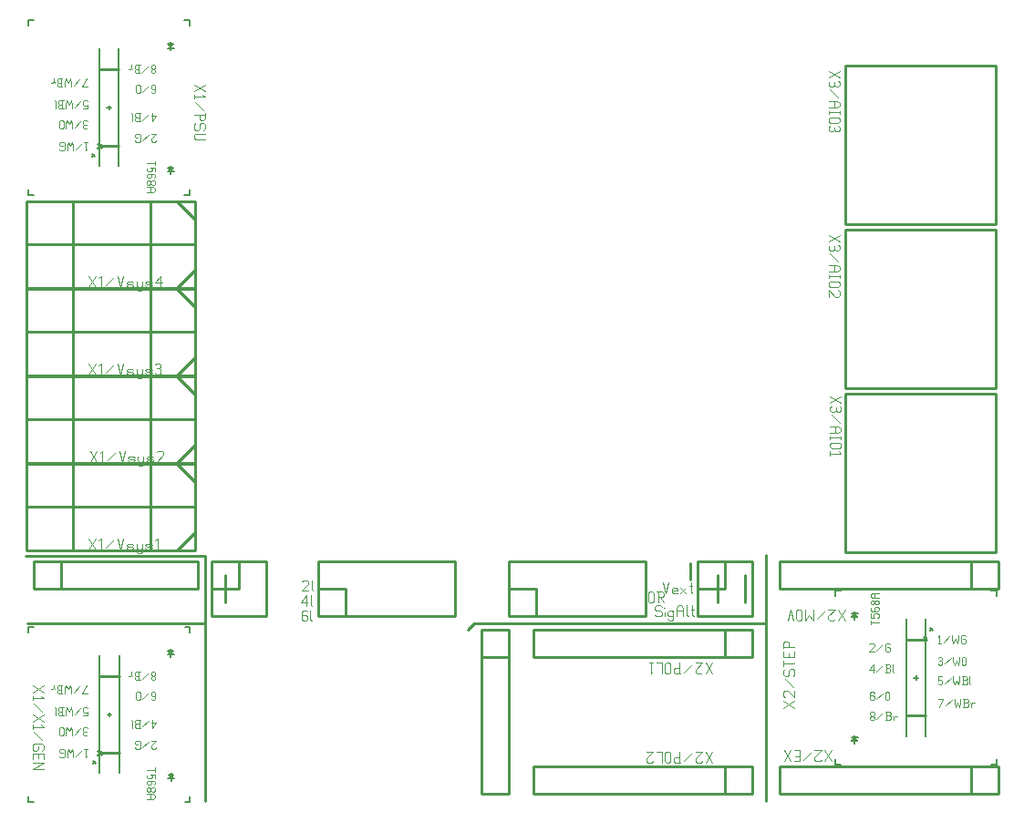
<source format=gbr>
G04 start of page 12 for group -4079 idx -4079 *
G04 Title: (unknown), topsilk *
G04 Creator: pcb 4.2.0 *
G04 CreationDate: Wed Jul 29 20:48:29 2020 UTC *
G04 For: commonadmin *
G04 Format: Gerber/RS-274X *
G04 PCB-Dimensions (mil): 4000.00 3500.00 *
G04 PCB-Coordinate-Origin: lower left *
%MOIN*%
%FSLAX25Y25*%
%LNTOPSILK*%
%ADD175C,0.0050*%
%ADD174C,0.0040*%
%ADD173C,0.0038*%
%ADD172C,0.0030*%
%ADD171C,0.0060*%
%ADD170C,0.0100*%
G54D170*X90000Y100000D02*Y90000D01*
X17000Y107000D02*X82500D01*
Y17500D01*
Y82500D02*X17500D01*
G54D171*X44858Y35673D02*X43283Y34098D01*
Y35673D02*X44858Y34098D01*
G54D170*X270000Y100000D02*Y90000D01*
X280000Y100000D02*Y90000D01*
X287500Y107500D02*Y17500D01*
X260000Y98469D02*Y104469D01*
X287500Y82500D02*X181031D01*
X178500Y79969D01*
G54D171*X44858Y257642D02*X43283Y256067D01*
Y257642D02*X44858Y256067D01*
X345142Y75843D02*X346717Y77417D01*
Y75843D02*X345142Y77417D01*
G54D172*X64226Y29512D02*Y28012D01*
X61226Y28762D02*X64226D01*
Y27112D02*Y25612D01*
X62726Y27112D02*X64226D01*
X62726D02*X63101Y26737D01*
Y25987D01*
X62726Y25612D01*
X61601D02*X62726D01*
X61226Y25987D02*X61601Y25612D01*
X61226Y26737D02*Y25987D01*
X61601Y27112D02*X61226Y26737D01*
X64226Y23587D02*X63851Y23212D01*
X64226Y24337D02*Y23587D01*
X63851Y24712D02*X64226Y24337D01*
X61601Y24712D02*X63851D01*
X61601D02*X61226Y24337D01*
X62876Y23587D02*X62501Y23212D01*
X62876Y24712D02*Y23587D01*
X61226Y24337D02*Y23587D01*
X61601Y23212D01*
X62501D01*
X61601Y22312D02*X61226Y21937D01*
X61601Y22312D02*X62201D01*
X62726Y21787D01*
Y21337D01*
X62201Y20812D01*
X61601D02*X62201D01*
X61226Y21187D02*X61601Y20812D01*
X61226Y21937D02*Y21187D01*
X63251Y22312D02*X62726Y21787D01*
X63251Y22312D02*X63851D01*
X64226Y21937D01*
Y21187D01*
X63851Y20812D01*
X63251D02*X63851D01*
X62726Y21337D02*X63251Y20812D01*
X61226Y19912D02*X63476D01*
X64226Y19387D01*
Y18562D01*
X63476Y18037D01*
X61226D02*X63476D01*
X62726Y19912D02*Y18037D01*
X64720Y36877D02*X64345Y36502D01*
X63220D02*X64345D01*
X63220D02*X62845Y36877D01*
Y37627D02*Y36877D01*
X64720Y39502D02*X62845Y37627D01*
Y39502D02*X64720D01*
X61945Y39127D02*X59695Y36877D01*
X57295Y36502D02*X56920Y36877D01*
X57295Y36502D02*X58420D01*
X58795Y36877D02*X58420Y36502D01*
X58795Y39127D02*Y36877D01*
Y39127D02*X58420Y39502D01*
X57295D02*X58420D01*
X57295D02*X56920Y39127D01*
Y38377D01*
X57295Y38002D02*X56920Y38377D01*
X57295Y38002D02*X58045D01*
X64720Y46034D02*X63220Y44159D01*
X62845Y46034D02*X64720D01*
X63220Y47159D02*Y44159D01*
X61945Y46784D02*X59695Y44534D01*
X57295Y47159D02*X58795D01*
X57295D02*X56920Y46784D01*
Y45884D01*
X57295Y45509D02*X56920Y45884D01*
X57295Y45509D02*X58420D01*
Y47159D02*Y44159D01*
X57295D02*X58795D01*
X57295D02*X56920Y44534D01*
Y45134D02*Y44534D01*
X57295Y45509D02*X56920Y45134D01*
X56020Y46784D02*Y44159D01*
Y46784D02*X55645Y47159D01*
X63202Y54317D02*X62827Y54692D01*
X63202Y54317D02*X63952D01*
X64327Y54692D02*X63952Y54317D01*
X64327Y56942D02*Y54692D01*
Y56942D02*X63952Y57317D01*
X63202Y55667D02*X62827Y56042D01*
X63202Y55667D02*X64327D01*
X63202Y57317D02*X63952D01*
X63202D02*X62827Y56942D01*
Y56042D01*
X61927Y56942D02*X59677Y54692D01*
X58777Y56942D02*Y54692D01*
X58402Y54317D01*
X57652D02*X58402D01*
X57652D02*X57277Y54692D01*
Y56942D02*Y54692D01*
X57652Y57317D02*X57277Y56942D01*
X57652Y57317D02*X58402D01*
X58777Y56942D02*X58402Y57317D01*
X64327Y64206D02*X63952Y64581D01*
X64327Y64206D02*Y63606D01*
X63802Y63081D01*
X63352D02*X63802D01*
X63352D02*X62827Y63606D01*
Y64206D02*Y63606D01*
X63202Y64581D02*X62827Y64206D01*
X63202Y64581D02*X63952D01*
X64327Y62556D02*X63802Y63081D01*
X64327Y62556D02*Y61956D01*
X63952Y61581D01*
X63202D02*X63952D01*
X63202D02*X62827Y61956D01*
Y62556D02*Y61956D01*
X63352Y63081D02*X62827Y62556D01*
X61927Y64206D02*X59677Y61956D01*
X57277Y64581D02*X58777D01*
X57277D02*X56902Y64206D01*
Y63306D01*
X57277Y62931D02*X56902Y63306D01*
X57277Y62931D02*X58402D01*
Y64581D02*Y61581D01*
X57277D02*X58777D01*
X57277D02*X56902Y61956D01*
Y62556D02*Y61956D01*
X57277Y62931D02*X56902Y62556D01*
X55627Y64581D02*Y63456D01*
X55252Y63081D01*
X54502D02*X55252D01*
X56002D02*X55627Y63456D01*
G54D173*X119440Y87040D02*X119920Y86560D01*
X118480Y87040D02*X119440D01*
X118000Y86560D02*X118480Y87040D01*
X118000Y86560D02*Y83680D01*
X118480Y83200D01*
X119440Y85312D02*X119920Y84832D01*
X118000Y85312D02*X119440D01*
X118480Y83200D02*X119440D01*
X119920Y83680D01*
Y84832D02*Y83680D01*
X121072Y87040D02*Y83680D01*
X121552Y83200D01*
X117500Y90105D02*X119440Y92530D01*
X117500Y90105D02*X119925D01*
X119440Y92530D02*Y88650D01*
X121089Y92530D02*Y89135D01*
X121574Y88650D01*
X118000Y97560D02*X118480Y98040D01*
X119920D01*
X120400Y97560D01*
Y96600D01*
X118000Y94200D02*X120400Y96600D01*
X118000Y94200D02*X120400D01*
X121552Y98040D02*Y94680D01*
X122032Y94200D01*
G54D172*X39543Y256000D02*X38943Y255400D01*
Y258400D02*Y255400D01*
X38418Y258400D02*X39543D01*
X37518Y258025D02*X35268Y255775D01*
X34368Y256900D02*Y255400D01*
Y256900D02*X33993Y258400D01*
X33243Y256900D01*
X32493Y258400D01*
X32118Y256900D01*
Y255400D01*
X29718D02*X29343Y255775D01*
X29718Y255400D02*X30843D01*
X31218Y255775D02*X30843Y255400D01*
X31218Y258025D02*Y255775D01*
Y258025D02*X30843Y258400D01*
X29718D02*X30843D01*
X29718D02*X29343Y258025D01*
Y257275D01*
X29718Y256900D02*X29343Y257275D01*
X29718Y256900D02*X30468D01*
X39484Y263727D02*X39109Y263352D01*
X38359D02*X39109D01*
X38359D02*X37984Y263727D01*
X38359Y266352D02*X37984Y265977D01*
X38359Y266352D02*X39109D01*
X39484Y265977D02*X39109Y266352D01*
X38359Y264702D02*X39109D01*
X37984Y264327D02*Y263727D01*
Y265977D02*Y265077D01*
X38359Y264702D01*
X37984Y264327D02*X38359Y264702D01*
X37084Y265977D02*X34834Y263727D01*
X33934Y264852D02*Y263352D01*
Y264852D02*X33559Y266352D01*
X32809Y264852D01*
X32059Y266352D01*
X31684Y264852D01*
Y263352D01*
X30784Y265977D02*Y263727D01*
X30409Y263352D01*
X29659D02*X30409D01*
X29659D02*X29284Y263727D01*
Y265977D02*Y263727D01*
X29659Y266352D02*X29284Y265977D01*
X29659Y266352D02*X30409D01*
X30784Y265977D02*X30409Y266352D01*
X37984Y270616D02*X39484D01*
Y272116D02*Y270616D01*
Y272116D02*X39109Y271741D01*
X38359D02*X39109D01*
X38359D02*X37984Y272116D01*
Y273241D02*Y272116D01*
X38359Y273616D02*X37984Y273241D01*
X38359Y273616D02*X39109D01*
X39484Y273241D02*X39109Y273616D01*
X37084Y273241D02*X34834Y270991D01*
X33934Y272116D02*Y270616D01*
Y272116D02*X33559Y273616D01*
X32809Y272116D01*
X32059Y273616D01*
X31684Y272116D01*
Y270616D01*
X29284Y273616D02*X30784D01*
X29284D02*X28909Y273241D01*
Y272341D01*
X29284Y271966D02*X28909Y272341D01*
X29284Y271966D02*X30409D01*
Y273616D02*Y270616D01*
X29284D02*X30784D01*
X29284D02*X28909Y270991D01*
Y271591D02*Y270991D01*
X29284Y271966D02*X28909Y271591D01*
X28009Y273241D02*Y270616D01*
Y273241D02*X27634Y273616D01*
X64226Y251480D02*Y249980D01*
X61226Y250730D02*X64226D01*
Y249080D02*Y247580D01*
X62726Y249080D02*X64226D01*
X62726D02*X63101Y248705D01*
Y247955D01*
X62726Y247580D01*
X61601D02*X62726D01*
X61226Y247955D02*X61601Y247580D01*
X61226Y248705D02*Y247955D01*
X61601Y249080D02*X61226Y248705D01*
X64226Y245555D02*X63851Y245180D01*
X64226Y246305D02*Y245555D01*
X63851Y246680D02*X64226Y246305D01*
X61601Y246680D02*X63851D01*
X61601D02*X61226Y246305D01*
X62876Y245555D02*X62501Y245180D01*
X62876Y246680D02*Y245555D01*
X61226Y246305D02*Y245555D01*
X61601Y245180D01*
X62501D01*
X61601Y244280D02*X61226Y243905D01*
X61601Y244280D02*X62201D01*
X62726Y243755D01*
Y243305D01*
X62201Y242780D01*
X61601D02*X62201D01*
X61226Y243155D02*X61601Y242780D01*
X61226Y243905D02*Y243155D01*
X63251Y244280D02*X62726Y243755D01*
X63251Y244280D02*X63851D01*
X64226Y243905D01*
Y243155D01*
X63851Y242780D01*
X63251D02*X63851D01*
X62726Y243305D02*X63251Y242780D01*
X61226Y241880D02*X63476D01*
X64226Y241355D01*
Y240530D01*
X63476Y240005D01*
X61226D02*X63476D01*
X62726Y241880D02*Y240005D01*
X64720Y258845D02*X64345Y258470D01*
X63220D02*X64345D01*
X63220D02*X62845Y258845D01*
Y259595D02*Y258845D01*
X64720Y261470D02*X62845Y259595D01*
Y261470D02*X64720D01*
X61945Y261095D02*X59695Y258845D01*
X57295Y258470D02*X56920Y258845D01*
X57295Y258470D02*X58420D01*
X58795Y258845D02*X58420Y258470D01*
X58795Y261095D02*Y258845D01*
Y261095D02*X58420Y261470D01*
X57295D02*X58420D01*
X57295D02*X56920Y261095D01*
Y260345D01*
X57295Y259970D02*X56920Y260345D01*
X57295Y259970D02*X58045D01*
X64720Y268003D02*X63220Y266128D01*
X62845Y268003D02*X64720D01*
X63220Y269128D02*Y266128D01*
X61945Y268753D02*X59695Y266503D01*
X57295Y269128D02*X58795D01*
X57295D02*X56920Y268753D01*
Y267853D01*
X57295Y267478D02*X56920Y267853D01*
X57295Y267478D02*X58420D01*
Y269128D02*Y266128D01*
X57295D02*X58795D01*
X57295D02*X56920Y266503D01*
Y267103D02*Y266503D01*
X57295Y267478D02*X56920Y267103D01*
X56020Y268753D02*Y266128D01*
Y268753D02*X55645Y269128D01*
X63202Y276285D02*X62827Y276660D01*
X63202Y276285D02*X63952D01*
X64327Y276660D02*X63952Y276285D01*
X64327Y278910D02*Y276660D01*
Y278910D02*X63952Y279285D01*
X63202Y277635D02*X62827Y278010D01*
X63202Y277635D02*X64327D01*
X63202Y279285D02*X63952D01*
X63202D02*X62827Y278910D01*
Y278010D01*
X61927Y278910D02*X59677Y276660D01*
X58777Y278910D02*Y276660D01*
X58402Y276285D01*
X57652D02*X58402D01*
X57652D02*X57277Y276660D01*
Y278910D02*Y276660D01*
X57652Y279285D02*X57277Y278910D01*
X57652Y279285D02*X58402D01*
X58777Y278910D02*X58402Y279285D01*
X39109Y281667D02*X37609Y278667D01*
X39484D01*
X36709Y281292D02*X34459Y279042D01*
X33559Y280167D02*Y278667D01*
Y280167D02*X33184Y281667D01*
X32434Y280167D01*
X31684Y281667D01*
X31309Y280167D01*
Y278667D01*
X28909Y281667D02*X30409D01*
X28909D02*X28534Y281292D01*
Y280392D01*
X28909Y280017D02*X28534Y280392D01*
X28909Y280017D02*X30034D01*
Y281667D02*Y278667D01*
X28909D02*X30409D01*
X28909D02*X28534Y279042D01*
Y279642D02*Y279042D01*
X28909Y280017D02*X28534Y279642D01*
X27259Y281667D02*Y280542D01*
X26884Y280167D01*
X26134D02*X26884D01*
X27634D02*X27259Y280542D01*
X64327Y286174D02*X63952Y286549D01*
X64327Y286174D02*Y285574D01*
X63802Y285049D01*
X63352D02*X63802D01*
X63352D02*X62827Y285574D01*
Y286174D02*Y285574D01*
X63202Y286549D02*X62827Y286174D01*
X63202Y286549D02*X63952D01*
X64327Y284524D02*X63802Y285049D01*
X64327Y284524D02*Y283924D01*
X63952Y283549D01*
X63202D02*X63952D01*
X63202D02*X62827Y283924D01*
Y284524D02*Y283924D01*
X63352Y285049D02*X62827Y284524D01*
X61927Y286174D02*X59677Y283924D01*
X57277Y286549D02*X58777D01*
X57277D02*X56902Y286174D01*
Y285274D01*
X57277Y284899D02*X56902Y285274D01*
X57277Y284899D02*X58402D01*
Y286549D02*Y283549D01*
X57277D02*X58777D01*
X57277D02*X56902Y283924D01*
Y284524D02*Y283924D01*
X57277Y284899D02*X56902Y284524D01*
X55627Y286549D02*Y285424D01*
X55252Y285049D01*
X54502D02*X55252D01*
X56002D02*X55627Y285424D01*
X39543Y34031D02*X38943Y33431D01*
Y36431D02*Y33431D01*
X38418Y36431D02*X39543D01*
X37518Y36056D02*X35268Y33806D01*
X34368Y34931D02*Y33431D01*
Y34931D02*X33993Y36431D01*
X33243Y34931D01*
X32493Y36431D01*
X32118Y34931D01*
Y33431D01*
X29718D02*X29343Y33806D01*
X29718Y33431D02*X30843D01*
X31218Y33806D02*X30843Y33431D01*
X31218Y36056D02*Y33806D01*
Y36056D02*X30843Y36431D01*
X29718D02*X30843D01*
X29718D02*X29343Y36056D01*
Y35306D01*
X29718Y34931D02*X29343Y35306D01*
X29718Y34931D02*X30468D01*
X39484Y41759D02*X39109Y41384D01*
X38359D02*X39109D01*
X38359D02*X37984Y41759D01*
X38359Y44384D02*X37984Y44009D01*
X38359Y44384D02*X39109D01*
X39484Y44009D02*X39109Y44384D01*
X38359Y42734D02*X39109D01*
X37984Y42359D02*Y41759D01*
Y44009D02*Y43109D01*
X38359Y42734D01*
X37984Y42359D02*X38359Y42734D01*
X37084Y44009D02*X34834Y41759D01*
X33934Y42884D02*Y41384D01*
Y42884D02*X33559Y44384D01*
X32809Y42884D01*
X32059Y44384D01*
X31684Y42884D01*
Y41384D01*
X30784Y44009D02*Y41759D01*
X30409Y41384D01*
X29659D02*X30409D01*
X29659D02*X29284Y41759D01*
Y44009D02*Y41759D01*
X29659Y44384D02*X29284Y44009D01*
X29659Y44384D02*X30409D01*
X30784Y44009D02*X30409Y44384D01*
X37984Y48648D02*X39484D01*
Y50148D02*Y48648D01*
Y50148D02*X39109Y49773D01*
X38359D02*X39109D01*
X38359D02*X37984Y50148D01*
Y51273D02*Y50148D01*
X38359Y51648D02*X37984Y51273D01*
X38359Y51648D02*X39109D01*
X39484Y51273D02*X39109Y51648D01*
X37084Y51273D02*X34834Y49023D01*
X33934Y50148D02*Y48648D01*
Y50148D02*X33559Y51648D01*
X32809Y50148D01*
X32059Y51648D01*
X31684Y50148D01*
Y48648D01*
X29284Y51648D02*X30784D01*
X29284D02*X28909Y51273D01*
Y50373D01*
X29284Y49998D02*X28909Y50373D01*
X29284Y49998D02*X30409D01*
Y51648D02*Y48648D01*
X29284D02*X30784D01*
X29284D02*X28909Y49023D01*
Y49623D02*Y49023D01*
X29284Y49998D02*X28909Y49623D01*
X28009Y51273D02*Y48648D01*
Y51273D02*X27634Y51648D01*
X39109Y59699D02*X37609Y56699D01*
X39484D01*
X36709Y59324D02*X34459Y57074D01*
X33559Y58199D02*Y56699D01*
Y58199D02*X33184Y59699D01*
X32434Y58199D01*
X31684Y59699D01*
X31309Y58199D01*
Y56699D01*
X28909Y59699D02*X30409D01*
X28909D02*X28534Y59324D01*
Y58424D01*
X28909Y58049D02*X28534Y58424D01*
X28909Y58049D02*X30034D01*
Y59699D02*Y56699D01*
X28909D02*X30409D01*
X28909D02*X28534Y57074D01*
Y57674D02*Y57074D01*
X28909Y58049D02*X28534Y57674D01*
X27259Y59699D02*Y58574D01*
X26884Y58199D01*
X26134D02*X26884D01*
X27634D02*X27259Y58574D01*
X325774Y83504D02*Y82004D01*
Y82754D02*X328774D01*
X325774Y85904D02*Y84404D01*
X327274D01*
X326899Y84779D01*
Y85529D02*Y84779D01*
Y85529D02*X327274Y85904D01*
X328399D01*
X328774Y85529D02*X328399Y85904D01*
X328774Y85529D02*Y84779D01*
X328399Y84404D02*X328774Y84779D01*
X325774Y87929D02*X326149Y88304D01*
X325774Y87929D02*Y87179D01*
X326149Y86804D02*X325774Y87179D01*
X326149Y86804D02*X328399D01*
X328774Y87179D01*
X327124Y87929D02*X327499Y88304D01*
X327124Y87929D02*Y86804D01*
X328774Y87929D02*Y87179D01*
Y87929D02*X328399Y88304D01*
X327499D02*X328399D01*
Y89204D02*X328774Y89579D01*
X327799Y89204D02*X328399D01*
X327799D02*X327274Y89729D01*
Y90179D02*Y89729D01*
Y90179D02*X327799Y90704D01*
X328399D01*
X328774Y90329D02*X328399Y90704D01*
X328774Y90329D02*Y89579D01*
X326749Y89204D02*X327274Y89729D01*
X326149Y89204D02*X326749D01*
X326149D02*X325774Y89579D01*
Y90329D02*Y89579D01*
Y90329D02*X326149Y90704D01*
X326749D01*
X327274Y90179D02*X326749Y90704D01*
X326524Y91604D02*X328774D01*
X326524D02*X325774Y92129D01*
Y92954D02*Y92129D01*
Y92954D02*X326524Y93479D01*
X328774D01*
X327274D02*Y91604D01*
X350457Y77485D02*X351057Y78085D01*
Y75085D01*
X350457D02*X351582D01*
X352482Y75460D02*X354732Y77710D01*
X355632Y78085D02*Y76585D01*
X356007Y75085D01*
X356757Y76585D01*
X357507Y75085D01*
X357882Y76585D01*
Y78085D02*Y76585D01*
X360282Y78085D02*X360657Y77710D01*
X359157Y78085D02*X360282D01*
X358782Y77710D02*X359157Y78085D01*
X358782Y77710D02*Y75460D01*
X359157Y75085D01*
X360282D01*
X360657Y75460D01*
Y76210D02*Y75460D01*
X360282Y76585D02*X360657Y76210D01*
X359532Y76585D02*X360282D01*
X325280Y74639D02*X325655Y75014D01*
X326780D01*
X327155Y74639D01*
Y73889D01*
X325280Y72014D02*X327155Y73889D01*
X325280Y72014D02*X327155D01*
X328055Y72389D02*X330305Y74639D01*
X332705Y75014D02*X333080Y74639D01*
X331580Y75014D02*X332705D01*
X331205Y74639D02*X331580Y75014D01*
X331205Y74639D02*Y72389D01*
X331580Y72014D01*
X332705D01*
X333080Y72389D01*
Y73139D02*Y72389D01*
X332705Y73514D02*X333080Y73139D01*
X331955Y73514D02*X332705D01*
G54D174*X250000Y97469D02*X251000Y93469D01*
X252000Y97469D01*
X253700Y93469D02*X255200D01*
X253200Y93969D02*X253700Y93469D01*
X253200Y94969D02*Y93969D01*
Y94969D02*X253700Y95469D01*
X254700D01*
X255200Y94969D01*
X253200Y94469D02*X255200D01*
Y94969D02*Y94469D01*
X256400Y95469D02*X258400Y93469D01*
X256400D02*X258400Y95469D01*
X260100Y97469D02*Y93969D01*
X260600Y93469D01*
X259600Y95969D02*X260600D01*
X244500Y93469D02*Y90469D01*
Y93469D02*X245000Y93969D01*
X246000D01*
X246500Y93469D01*
Y90469D01*
X246000Y89969D02*X246500Y90469D01*
X245000Y89969D02*X246000D01*
X244500Y90469D02*X245000Y89969D01*
X247700Y93969D02*X249700D01*
X250200Y93469D01*
Y92469D01*
X249700Y91969D02*X250200Y92469D01*
X248200Y91969D02*X249700D01*
X248200Y93969D02*Y89969D01*
X249000Y91969D02*X250200Y89969D01*
X249000Y88969D02*X249500Y88469D01*
X247500Y88969D02*X249000D01*
X247000Y88469D02*X247500Y88969D01*
X247000Y88469D02*Y87469D01*
X247500Y86969D01*
X249000D01*
X249500Y86469D01*
Y85469D01*
X249000Y84969D02*X249500Y85469D01*
X247500Y84969D02*X249000D01*
X247000Y85469D02*X247500Y84969D01*
G54D175*X250700Y87969D02*Y87869D01*
G54D174*Y86469D02*Y84969D01*
X253200Y86969D02*X253700Y86469D01*
X252200Y86969D02*X253200D01*
X251700Y86469D02*X252200Y86969D01*
X251700Y86469D02*Y85469D01*
X252200Y84969D01*
X253200D01*
X253700Y85469D01*
X251700Y83969D02*X252200Y83469D01*
X253200D01*
X253700Y83969D01*
Y86969D02*Y83969D01*
X254900Y87969D02*Y84969D01*
Y87969D02*X255600Y88969D01*
X256700D01*
X257400Y87969D01*
Y84969D01*
X254900Y86969D02*X257400D01*
X258600Y88969D02*Y85469D01*
X259100Y84969D01*
X260600Y88969D02*Y85469D01*
X261100Y84969D01*
X260100Y87469D02*X261100D01*
G54D172*X350516Y69757D02*X350891Y70132D01*
X351641D01*
X352016Y69757D01*
X351641Y67132D02*X352016Y67507D01*
X350891Y67132D02*X351641D01*
X350516Y67507D02*X350891Y67132D01*
Y68782D02*X351641D01*
X352016Y69757D02*Y69157D01*
Y68407D02*Y67507D01*
Y68407D02*X351641Y68782D01*
X352016Y69157D02*X351641Y68782D01*
X352916Y67507D02*X355166Y69757D01*
X356066Y70132D02*Y68632D01*
X356441Y67132D01*
X357191Y68632D01*
X357941Y67132D01*
X358316Y68632D01*
Y70132D02*Y68632D01*
X359216Y69757D02*Y67507D01*
Y69757D02*X359591Y70132D01*
X360341D01*
X360716Y69757D01*
Y67507D01*
X360341Y67132D02*X360716Y67507D01*
X359591Y67132D02*X360341D01*
X359216Y67507D02*X359591Y67132D01*
X325280Y65481D02*X326780Y67356D01*
X325280Y65481D02*X327155D01*
X326780Y67356D02*Y64356D01*
X328055Y64731D02*X330305Y66981D01*
X331205Y64356D02*X332705D01*
X333080Y64731D01*
Y65631D02*Y64731D01*
X332705Y66006D02*X333080Y65631D01*
X331580Y66006D02*X332705D01*
X331580Y67356D02*Y64356D01*
X331205Y67356D02*X332705D01*
X333080Y66981D01*
Y66381D01*
X332705Y66006D02*X333080Y66381D01*
X333980Y67356D02*Y64731D01*
X334355Y64356D01*
X350516Y62868D02*X352016D01*
X350516D02*Y61368D01*
X350891Y61743D01*
X351641D01*
X352016Y61368D01*
Y60243D01*
X351641Y59868D02*X352016Y60243D01*
X350891Y59868D02*X351641D01*
X350516Y60243D02*X350891Y59868D01*
X352916Y60243D02*X355166Y62493D01*
X356066Y62868D02*Y61368D01*
X356441Y59868D01*
X357191Y61368D01*
X357941Y59868D01*
X358316Y61368D01*
Y62868D02*Y61368D01*
X359216Y59868D02*X360716D01*
X361091Y60243D01*
Y61143D02*Y60243D01*
X360716Y61518D02*X361091Y61143D01*
X359591Y61518D02*X360716D01*
X359591Y62868D02*Y59868D01*
X359216Y62868D02*X360716D01*
X361091Y62493D01*
Y61893D01*
X360716Y61518D02*X361091Y61893D01*
X361991Y62868D02*Y60243D01*
X362366Y59868D01*
X350891Y51817D02*X352391Y54817D01*
X350516D02*X352391D01*
X353291Y52192D02*X355541Y54442D01*
X356441Y54817D02*Y53317D01*
X356816Y51817D01*
X357566Y53317D01*
X358316Y51817D01*
X358691Y53317D01*
Y54817D02*Y53317D01*
X359591Y51817D02*X361091D01*
X361466Y52192D01*
Y53092D02*Y52192D01*
X361091Y53467D02*X361466Y53092D01*
X359966Y53467D02*X361091D01*
X359966Y54817D02*Y51817D01*
X359591Y54817D02*X361091D01*
X361466Y54442D01*
Y53842D01*
X361091Y53467D02*X361466Y53842D01*
X362741Y52942D02*Y51817D01*
Y52942D02*X363116Y53317D01*
X363866D01*
X362366D02*X362741Y52942D01*
X326798Y57199D02*X327173Y56824D01*
X326048Y57199D02*X326798D01*
X325673Y56824D02*X326048Y57199D01*
X325673Y56824D02*Y54574D01*
X326048Y54199D01*
X326798Y55849D02*X327173Y55474D01*
X325673Y55849D02*X326798D01*
X326048Y54199D02*X326798D01*
X327173Y54574D01*
Y55474D02*Y54574D01*
X328073D02*X330323Y56824D01*
X331223D02*Y54574D01*
Y56824D02*X331598Y57199D01*
X332348D01*
X332723Y56824D01*
Y54574D01*
X332348Y54199D02*X332723Y54574D01*
X331598Y54199D02*X332348D01*
X331223Y54574D02*X331598Y54199D01*
X325673Y47310D02*X326048Y46935D01*
X325673Y47910D02*Y47310D01*
Y47910D02*X326198Y48435D01*
X326648D01*
X327173Y47910D01*
Y47310D01*
X326798Y46935D02*X327173Y47310D01*
X326048Y46935D02*X326798D01*
X325673Y48960D02*X326198Y48435D01*
X325673Y49560D02*Y48960D01*
Y49560D02*X326048Y49935D01*
X326798D01*
X327173Y49560D01*
Y48960D01*
X326648Y48435D02*X327173Y48960D01*
X328073Y47310D02*X330323Y49560D01*
X331223Y46935D02*X332723D01*
X333098Y47310D01*
Y48210D02*Y47310D01*
X332723Y48585D02*X333098Y48210D01*
X331598Y48585D02*X332723D01*
X331598Y49935D02*Y46935D01*
X331223Y49935D02*X332723D01*
X333098Y49560D01*
Y48960D01*
X332723Y48585D02*X333098Y48960D01*
X334373Y48060D02*Y46935D01*
Y48060D02*X334748Y48435D01*
X335498D01*
X333998D02*X334373Y48060D01*
G54D171*X320020Y39272D02*Y38484D01*
Y41437D02*Y40650D01*
X318839D02*X321201D01*
X319035Y39272D02*X321004D01*
X320020Y40256D02*X321004Y39272D01*
X319035D02*X320020Y40256D01*
X318961Y84567D02*X319945Y85551D01*
X320929Y84567D01*
X318961D02*X320929D01*
X318764Y85945D02*X321126D01*
X319945Y86732D02*Y85945D01*
Y84567D02*Y83780D01*
G54D170*X338957Y76476D02*X346043D01*
X338957Y48524D02*X346043D01*
G54D171*Y83957D02*Y40846D01*
X338957Y83957D02*Y40846D01*
X342500Y63287D02*Y61713D01*
X341713Y62500D02*X343287D01*
X370059Y30610D02*X372028D01*
Y32579D02*Y30610D01*
X370059Y94390D02*X372028D01*
Y92421D01*
X312972Y30610D02*X314941D01*
X312972Y32579D02*Y30610D01*
Y94390D02*X314941D01*
X312972D02*Y92421D01*
X347618Y79626D02*X348602Y80610D01*
Y79626D02*X347618Y80610D01*
G54D170*X292500Y105000D02*X372500D01*
X292500D02*Y95000D01*
X372500D01*
Y105000D02*Y95000D01*
X362500Y105000D02*Y95000D01*
X372500D01*
X292500Y30000D02*X372500D01*
X292500D02*Y20000D01*
X372500D01*
Y30000D02*Y20000D01*
X362500Y30000D02*Y20000D01*
X372500D01*
X316500Y166500D02*X371500D01*
Y108500D01*
X316500D02*X371500D01*
X316500Y166500D02*Y108500D01*
X202500Y30000D02*X282500D01*
X202500D02*Y20000D01*
X282500D01*
Y30000D02*Y20000D01*
X272500Y30000D02*Y20000D01*
X282500D01*
G54D171*X69980Y295000D02*Y294213D01*
Y292835D02*Y292047D01*
X68799Y292835D02*X71161D01*
X68996Y294213D02*X70965D01*
X69980Y293228D02*X68996Y294213D01*
X70965D02*X69980Y293228D01*
X71039Y248917D02*X70055Y247933D01*
X69071Y248917D01*
X71039D01*
X68874Y247539D02*X71236D01*
X70055D02*Y246752D01*
Y249705D02*Y248917D01*
G54D170*X43957Y257008D02*X51043D01*
X43957Y284961D02*X51043D01*
G54D171*X43957Y292638D02*Y249528D01*
X51043Y292638D02*Y249528D01*
X47500Y271772D02*Y270197D01*
X46713Y270984D02*X48287D01*
X17972Y302874D02*X19941D01*
X17972D02*Y300906D01*
Y239094D02*X19941D01*
X17972Y241063D02*Y239094D01*
X75059Y302874D02*X77028D01*
Y300906D01*
X75059Y239094D02*X77028D01*
Y241063D02*Y239094D01*
X42382Y253858D02*X41398Y252874D01*
Y253858D02*X42382Y252874D01*
G54D170*X17224Y236748D02*Y204858D01*
X79035D01*
Y236748D02*Y204858D01*
X17224Y236748D02*X79035D01*
X72343D02*X79035Y230055D01*
X72343Y204858D02*X79035Y211551D01*
X34154Y236748D02*Y204858D01*
X62500Y236748D02*Y204858D01*
X17224Y221000D02*X79035D01*
X17224Y204748D02*Y172858D01*
X79035D01*
Y204748D02*Y172858D01*
X17224Y204748D02*X79035D01*
X72343D02*X79035Y198055D01*
X72343Y172858D02*X79035Y179551D01*
X34154Y204748D02*Y172858D01*
X62500Y204748D02*Y172858D01*
X17224Y189000D02*X79035D01*
X85000Y105000D02*Y85000D01*
X105000D01*
Y105000D01*
X85000D01*
Y95000D02*X95000D01*
Y105000D01*
X17224Y140748D02*Y108858D01*
X79035D01*
Y140748D02*Y108858D01*
X17224Y140748D02*X79035D01*
X72343D02*X79035Y134055D01*
X72343Y108858D02*X79035Y115551D01*
X34154Y140748D02*Y108858D01*
X62500Y140748D02*Y108858D01*
X17224Y125000D02*X79035D01*
X17224Y172748D02*Y140858D01*
X79035D01*
Y172748D02*Y140858D01*
X17224Y172748D02*X79035D01*
X72343D02*X79035Y166055D01*
X72343Y140858D02*X79035Y147551D01*
X34154Y172748D02*Y140858D01*
X62500Y172748D02*Y140858D01*
X17224Y157000D02*X79035D01*
X20000Y95000D02*X80000D01*
Y105000D02*Y95000D01*
X20000Y105000D02*X80000D01*
X20000D02*Y95000D01*
X30000Y105000D02*Y95000D01*
X20000Y105000D02*X30000D01*
G54D171*X70024Y73039D02*Y72252D01*
Y70874D02*Y70087D01*
X68843Y70874D02*X71205D01*
X69039Y72252D02*X71008D01*
X70024Y71268D02*X69039Y72252D01*
X71008D02*X70024Y71268D01*
X71083Y26957D02*X70098Y25972D01*
X69114Y26957D01*
X71083D01*
X68917Y25579D02*X71280D01*
X70098D02*Y24791D01*
Y27744D02*Y26957D01*
G54D170*X44000Y35047D02*X51087D01*
X44000Y63000D02*X51087D01*
G54D171*X44000Y70677D02*Y27567D01*
X51087Y70677D02*Y27567D01*
X47543Y49811D02*Y48236D01*
X46756Y49024D02*X48331D01*
X18016Y80913D02*X19984D01*
X18016D02*Y78945D01*
Y17134D02*X19984D01*
X18016Y19102D02*Y17134D01*
X75102Y80913D02*X77071D01*
Y78945D01*
X75102Y17134D02*X77071D01*
Y19102D02*Y17134D01*
X42425Y31898D02*X41441Y30913D01*
Y31898D02*X42425Y30913D01*
G54D170*X183500Y80000D02*Y20000D01*
X193500D01*
Y80000D01*
X183500D01*
Y70000D02*X193500D01*
Y80000D01*
X316500Y226500D02*X371500D01*
Y168500D01*
X316500D02*X371500D01*
X316500Y226500D02*Y168500D01*
Y286500D02*X371500D01*
Y228500D01*
X316500D02*X371500D01*
X316500Y286500D02*Y228500D01*
X124000Y85000D02*X174000D01*
Y105000D02*Y85000D01*
X124000Y105000D02*X174000D01*
X124000D02*Y85000D01*
X134000Y95000D02*Y85000D01*
X124000Y95000D02*X134000D01*
X193500Y85000D02*X243500D01*
Y105000D02*Y85000D01*
X193500Y105000D02*X243500D01*
X193500D02*Y85000D01*
X203500Y95000D02*Y85000D01*
X193500Y95000D02*X203500D01*
X202500Y80000D02*X282500D01*
X202500D02*Y70000D01*
X282500D01*
Y80000D02*Y70000D01*
X272500Y80000D02*Y70000D01*
X282500D01*
X262500Y105000D02*Y85000D01*
X282500D01*
Y105000D01*
X262500D01*
Y95000D02*X272500D01*
Y105000D01*
G54D174*X298000Y51500D02*X294000Y54000D01*
Y51500D02*X298000Y54000D01*
X294500Y55200D02*X294000Y55700D01*
Y57200D02*Y55700D01*
Y57200D02*X294500Y57700D01*
X295500D01*
X298000Y55200D02*X295500Y57700D01*
X298000D02*Y55200D01*
X297500Y58900D02*X294500Y61900D01*
X294000Y65100D02*X294500Y65600D01*
X294000Y65100D02*Y63600D01*
X294500Y63100D02*X294000Y63600D01*
X294500Y63100D02*X295500D01*
X296000Y63600D01*
Y65100D02*Y63600D01*
Y65100D02*X296500Y65600D01*
X297500D01*
X298000Y65100D02*X297500Y65600D01*
X298000Y65100D02*Y63600D01*
X297500Y63100D02*X298000Y63600D01*
X294000Y68800D02*Y66800D01*
Y67800D02*X298000D01*
X295800Y71500D02*Y70000D01*
X298000Y72000D02*Y70000D01*
X294000D02*X298000D01*
X294000Y72000D02*Y70000D01*
Y73700D02*X298000D01*
X294000Y75200D02*Y73200D01*
Y75200D02*X294500Y75700D01*
X295500D01*
X296000Y75200D02*X295500Y75700D01*
X296000Y75200D02*Y73700D01*
X268000Y68000D02*X265500Y64000D01*
X268000D02*X265500Y68000D01*
X264300Y64500D02*X263800Y64000D01*
X262300D02*X263800D01*
X262300D02*X261800Y64500D01*
Y65500D02*Y64500D01*
X264300Y68000D02*X261800Y65500D01*
Y68000D02*X264300D01*
X260600Y67500D02*X257600Y64500D01*
X255900Y68000D02*Y64000D01*
X254400D02*X256400D01*
X254400D02*X253900Y64500D01*
Y65500D02*Y64500D01*
X254400Y66000D02*X253900Y65500D01*
X254400Y66000D02*X255900D01*
X252700Y67500D02*Y64500D01*
X252200Y64000D01*
X251200D02*X252200D01*
X251200D02*X250700Y64500D01*
Y67500D02*Y64500D01*
X251200Y68000D02*X250700Y67500D01*
X251200Y68000D02*X252200D01*
X252700Y67500D02*X252200Y68000D01*
X249500D02*Y64000D01*
X247500Y68000D02*X249500D01*
X246300Y64800D02*X245500Y64000D01*
Y68000D02*Y64000D01*
X244800Y68000D02*X246300D01*
X311000Y165500D02*X315000Y163000D01*
Y165500D02*X311000Y163000D01*
X314500Y161800D02*X315000Y161300D01*
Y160300D01*
X314500Y159800D01*
X311000Y160300D02*X311500Y159800D01*
X311000Y161300D02*Y160300D01*
X311500Y161800D02*X311000Y161300D01*
X313200D02*Y160300D01*
X313700Y159800D02*X314500D01*
X311500D02*X312700D01*
X313200Y160300D01*
X313700Y159800D02*X313200Y160300D01*
X311500Y158600D02*X314500Y155600D01*
X311000Y154400D02*X314000D01*
X315000Y153700D01*
Y152600D01*
X314000Y151900D01*
X311000D02*X314000D01*
X313000Y154400D02*Y151900D01*
X315000Y150700D02*Y149700D01*
X311000Y150200D02*X315000D01*
X311000Y150700D02*Y149700D01*
X311500Y148500D02*X314500D01*
X315000Y148000D01*
Y147000D01*
X314500Y146500D01*
X311500D02*X314500D01*
X311000Y147000D02*X311500Y146500D01*
X311000Y148000D02*Y147000D01*
X311500Y148500D02*X311000Y148000D01*
X314200Y145300D02*X315000Y144500D01*
X311000D02*X315000D01*
X311000Y145300D02*Y143800D01*
X310500Y224500D02*X314500Y222000D01*
Y224500D02*X310500Y222000D01*
X314000Y220800D02*X314500Y220300D01*
Y219300D01*
X314000Y218800D01*
X310500Y219300D02*X311000Y218800D01*
X310500Y220300D02*Y219300D01*
X311000Y220800D02*X310500Y220300D01*
X312700D02*Y219300D01*
X313200Y218800D02*X314000D01*
X311000D02*X312200D01*
X312700Y219300D01*
X313200Y218800D02*X312700Y219300D01*
X311000Y217600D02*X314000Y214600D01*
X310500Y213400D02*X313500D01*
X314500Y212700D01*
Y211600D01*
X313500Y210900D01*
X310500D02*X313500D01*
X312500Y213400D02*Y210900D01*
X314500Y209700D02*Y208700D01*
X310500Y209200D02*X314500D01*
X310500Y209700D02*Y208700D01*
X311000Y207500D02*X314000D01*
X314500Y207000D01*
Y206000D01*
X314000Y205500D01*
X311000D02*X314000D01*
X310500Y206000D02*X311000Y205500D01*
X310500Y207000D02*Y206000D01*
X311000Y207500D02*X310500Y207000D01*
X314000Y204300D02*X314500Y203800D01*
Y202300D01*
X314000Y201800D01*
X313000D02*X314000D01*
X310500Y204300D02*X313000Y201800D01*
X310500Y204300D02*Y201800D01*
Y284500D02*X314500Y282000D01*
Y284500D02*X310500Y282000D01*
X314000Y280800D02*X314500Y280300D01*
Y279300D01*
X314000Y278800D01*
X310500Y279300D02*X311000Y278800D01*
X310500Y280300D02*Y279300D01*
X311000Y280800D02*X310500Y280300D01*
X312700D02*Y279300D01*
X313200Y278800D02*X314000D01*
X311000D02*X312200D01*
X312700Y279300D01*
X313200Y278800D02*X312700Y279300D01*
X311000Y277600D02*X314000Y274600D01*
X310500Y273400D02*X313500D01*
X314500Y272700D01*
Y271600D01*
X313500Y270900D01*
X310500D02*X313500D01*
X312500Y273400D02*Y270900D01*
X314500Y269700D02*Y268700D01*
X310500Y269200D02*X314500D01*
X310500Y269700D02*Y268700D01*
X311000Y267500D02*X314000D01*
X314500Y267000D01*
Y266000D01*
X314000Y265500D01*
X311000D02*X314000D01*
X310500Y266000D02*X311000Y265500D01*
X310500Y267000D02*Y266000D01*
X311000Y267500D02*X310500Y267000D01*
X314000Y264300D02*X314500Y263800D01*
Y262800D01*
X314000Y262300D01*
X310500Y262800D02*X311000Y262300D01*
X310500Y263800D02*Y262800D01*
X311000Y264300D02*X310500Y263800D01*
X312700D02*Y262800D01*
X313200Y262300D02*X314000D01*
X311000D02*X312200D01*
X312700Y262800D01*
X313200Y262300D02*X312700Y262800D01*
X316500Y87500D02*X314000Y83500D01*
X316500D02*X314000Y87500D01*
X312800Y84000D02*X312300Y83500D01*
X310800D02*X312300D01*
X310800D02*X310300Y84000D01*
Y85000D02*Y84000D01*
X312800Y87500D02*X310300Y85000D01*
Y87500D02*X312800D01*
X309100Y87000D02*X306100Y84000D01*
X304900Y87500D02*Y83500D01*
X303400Y85500D01*
X301900Y83500D01*
Y87500D02*Y83500D01*
X300700Y87000D02*Y84000D01*
X300200Y83500D01*
X299200D02*X300200D01*
X299200D02*X298700Y84000D01*
Y87000D02*Y84000D01*
X299200Y87500D02*X298700Y87000D01*
X299200Y87500D02*X300200D01*
X300700Y87000D02*X300200Y87500D01*
X297500Y83500D02*X296500Y87500D01*
X295500Y83500D01*
X268000Y35500D02*X265500Y31500D01*
X268000D02*X265500Y35500D01*
X264300Y32000D02*X263800Y31500D01*
X262300D02*X263800D01*
X262300D02*X261800Y32000D01*
Y33000D02*Y32000D01*
X264300Y35500D02*X261800Y33000D01*
Y35500D02*X264300D01*
X260600Y35000D02*X257600Y32000D01*
X255900Y35500D02*Y31500D01*
X254400D02*X256400D01*
X254400D02*X253900Y32000D01*
Y33000D02*Y32000D01*
X254400Y33500D02*X253900Y33000D01*
X254400Y33500D02*X255900D01*
X252700Y35000D02*Y32000D01*
X252200Y31500D01*
X251200D02*X252200D01*
X251200D02*X250700Y32000D01*
Y35000D02*Y32000D01*
X251200Y35500D02*X250700Y35000D01*
X251200Y35500D02*X252200D01*
X252700Y35000D02*X252200Y35500D01*
X249500D02*Y31500D01*
X247500Y35500D02*X249500D01*
X246300Y32000D02*X245800Y31500D01*
X244300D02*X245800D01*
X244300D02*X243800Y32000D01*
Y33000D02*Y32000D01*
X246300Y35500D02*X243800Y33000D01*
Y35500D02*X246300D01*
X311500Y36000D02*X309000Y32000D01*
X311500D02*X309000Y36000D01*
X307800Y32500D02*X307300Y32000D01*
X305800D02*X307300D01*
X305800D02*X305300Y32500D01*
Y33500D02*Y32500D01*
X307800Y36000D02*X305300Y33500D01*
Y36000D02*X307800D01*
X304100Y35500D02*X301100Y32500D01*
X298400Y33800D02*X299900D01*
X297900Y36000D02*X299900D01*
Y32000D01*
X297900D02*X299900D01*
X296700Y36000D02*X294200Y32000D01*
X296700D02*X294200Y36000D01*
X78500Y279484D02*X82500Y276984D01*
Y279484D02*X78500Y276984D01*
X81700Y275784D02*X82500Y274984D01*
X78500D02*X82500D01*
X78500Y275784D02*Y274284D01*
X79000Y273084D02*X82000Y270084D01*
X78500Y268384D02*X82500D01*
Y268884D02*Y266884D01*
X82000Y266384D01*
X81000D02*X82000D01*
X80500Y266884D02*X81000Y266384D01*
X80500Y268384D02*Y266884D01*
X82500Y263184D02*X82000Y262684D01*
X82500Y264684D02*Y263184D01*
X82000Y265184D02*X82500Y264684D01*
X81000Y265184D02*X82000D01*
X81000D02*X80500Y264684D01*
Y263184D01*
X80000Y262684D01*
X79000D02*X80000D01*
X78500Y263184D02*X79000Y262684D01*
X78500Y264684D02*Y263184D01*
X79000Y265184D02*X78500Y264684D01*
X79000Y261484D02*X82500D01*
X79000D02*X78500Y260984D01*
Y259984D01*
X79000Y259484D01*
X82500D01*
X40000Y205500D02*X42500Y209500D01*
X40000D02*X42500Y205500D01*
X43700Y208700D02*X44500Y209500D01*
Y205500D01*
X43700D02*X45200D01*
X46400Y206000D02*X49400Y209000D01*
X50600Y209500D02*X51600Y205500D01*
X52600Y209500D01*
X54300Y205500D02*X55800D01*
X56300Y206000D01*
X55800Y206500D02*X56300Y206000D01*
X54300Y206500D02*X55800D01*
X53800Y207000D02*X54300Y206500D01*
X53800Y207000D02*X54300Y207500D01*
X55800D01*
X56300Y207000D01*
X53800Y206000D02*X54300Y205500D01*
X57500Y207500D02*Y206000D01*
X58000Y205500D01*
X59500Y207500D02*Y204500D01*
X59000Y204000D02*X59500Y204500D01*
X58000Y204000D02*X59000D01*
X57500Y204500D02*X58000Y204000D01*
Y205500D02*X59000D01*
X59500Y206000D01*
X61200Y205500D02*X62700D01*
X63200Y206000D01*
X62700Y206500D02*X63200Y206000D01*
X61200Y206500D02*X62700D01*
X60700Y207000D02*X61200Y206500D01*
X60700Y207000D02*X61200Y207500D01*
X62700D01*
X63200Y207000D01*
X60700Y206000D02*X61200Y205500D01*
X64400Y207000D02*X66400Y209500D01*
X64400Y207000D02*X66900D01*
X66400Y209500D02*Y205500D01*
X40000Y173500D02*X42500Y177500D01*
X40000D02*X42500Y173500D01*
X43700Y176700D02*X44500Y177500D01*
Y173500D01*
X43700D02*X45200D01*
X46400Y174000D02*X49400Y177000D01*
X50600Y177500D02*X51600Y173500D01*
X52600Y177500D01*
X54300Y173500D02*X55800D01*
X56300Y174000D01*
X55800Y174500D02*X56300Y174000D01*
X54300Y174500D02*X55800D01*
X53800Y175000D02*X54300Y174500D01*
X53800Y175000D02*X54300Y175500D01*
X55800D01*
X56300Y175000D01*
X53800Y174000D02*X54300Y173500D01*
X57500Y175500D02*Y174000D01*
X58000Y173500D01*
X59500Y175500D02*Y172500D01*
X59000Y172000D02*X59500Y172500D01*
X58000Y172000D02*X59000D01*
X57500Y172500D02*X58000Y172000D01*
Y173500D02*X59000D01*
X59500Y174000D01*
X61200Y173500D02*X62700D01*
X63200Y174000D01*
X62700Y174500D02*X63200Y174000D01*
X61200Y174500D02*X62700D01*
X60700Y175000D02*X61200Y174500D01*
X60700Y175000D02*X61200Y175500D01*
X62700D01*
X63200Y175000D01*
X60700Y174000D02*X61200Y173500D01*
X64400Y177000D02*X64900Y177500D01*
X65900D01*
X66400Y177000D01*
X65900Y173500D02*X66400Y174000D01*
X64900Y173500D02*X65900D01*
X64400Y174000D02*X64900Y173500D01*
Y175700D02*X65900D01*
X66400Y177000D02*Y176200D01*
Y175200D02*Y174000D01*
Y175200D02*X65900Y175700D01*
X66400Y176200D02*X65900Y175700D01*
X40500Y141500D02*X43000Y145500D01*
X40500D02*X43000Y141500D01*
X44200Y144700D02*X45000Y145500D01*
Y141500D01*
X44200D02*X45700D01*
X46900Y142000D02*X49900Y145000D01*
X51100Y145500D02*X52100Y141500D01*
X53100Y145500D01*
X54800Y141500D02*X56300D01*
X56800Y142000D01*
X56300Y142500D02*X56800Y142000D01*
X54800Y142500D02*X56300D01*
X54300Y143000D02*X54800Y142500D01*
X54300Y143000D02*X54800Y143500D01*
X56300D01*
X56800Y143000D01*
X54300Y142000D02*X54800Y141500D01*
X58000Y143500D02*Y142000D01*
X58500Y141500D01*
X60000Y143500D02*Y140500D01*
X59500Y140000D02*X60000Y140500D01*
X58500Y140000D02*X59500D01*
X58000Y140500D02*X58500Y140000D01*
Y141500D02*X59500D01*
X60000Y142000D01*
X61700Y141500D02*X63200D01*
X63700Y142000D01*
X63200Y142500D02*X63700Y142000D01*
X61700Y142500D02*X63200D01*
X61200Y143000D02*X61700Y142500D01*
X61200Y143000D02*X61700Y143500D01*
X63200D01*
X63700Y143000D01*
X61200Y142000D02*X61700Y141500D01*
X64900Y145000D02*X65400Y145500D01*
X66900D01*
X67400Y145000D01*
Y144000D01*
X64900Y141500D02*X67400Y144000D01*
X64900Y141500D02*X67400D01*
X19543Y59524D02*X23543Y57024D01*
Y59524D02*X19543Y57024D01*
X22743Y55824D02*X23543Y55024D01*
X19543D02*X23543D01*
X19543Y55824D02*Y54324D01*
X20043Y53124D02*X23043Y50124D01*
X19543Y48924D02*X23543Y46424D01*
Y48924D02*X19543Y46424D01*
X22743Y45224D02*X23543Y44424D01*
X19543D02*X23543D01*
X19543Y45224D02*Y43724D01*
X20043Y42524D02*X23043Y39524D01*
X23543Y36324D02*X23043Y35824D01*
X23543Y37824D02*Y36324D01*
X23043Y38324D02*X23543Y37824D01*
X20043Y38324D02*X23043D01*
X20043D02*X19543Y37824D01*
Y36324D01*
X20043Y35824D01*
X21043D01*
X21543Y36324D02*X21043Y35824D01*
X21543Y37324D02*Y36324D01*
X21743Y34624D02*Y33124D01*
X19543Y34624D02*Y32624D01*
Y34624D02*X23543D01*
Y32624D01*
X19543Y31424D02*X23543D01*
X19543Y28924D01*
X23543D01*
X40000Y109500D02*X42500Y113500D01*
X40000D02*X42500Y109500D01*
X43700Y112700D02*X44500Y113500D01*
Y109500D01*
X43700D02*X45200D01*
X46400Y110000D02*X49400Y113000D01*
X50600Y113500D02*X51600Y109500D01*
X52600Y113500D01*
X54300Y109500D02*X55800D01*
X56300Y110000D01*
X55800Y110500D02*X56300Y110000D01*
X54300Y110500D02*X55800D01*
X53800Y111000D02*X54300Y110500D01*
X53800Y111000D02*X54300Y111500D01*
X55800D01*
X56300Y111000D01*
X53800Y110000D02*X54300Y109500D01*
X57500Y111500D02*Y110000D01*
X58000Y109500D01*
X59500Y111500D02*Y108500D01*
X59000Y108000D02*X59500Y108500D01*
X58000Y108000D02*X59000D01*
X57500Y108500D02*X58000Y108000D01*
Y109500D02*X59000D01*
X59500Y110000D01*
X61200Y109500D02*X62700D01*
X63200Y110000D01*
X62700Y110500D02*X63200Y110000D01*
X61200Y110500D02*X62700D01*
X60700Y111000D02*X61200Y110500D01*
X60700Y111000D02*X61200Y111500D01*
X62700D01*
X63200Y111000D01*
X60700Y110000D02*X61200Y109500D01*
X64400Y112700D02*X65200Y113500D01*
Y109500D01*
X64400D02*X65900D01*
M02*

</source>
